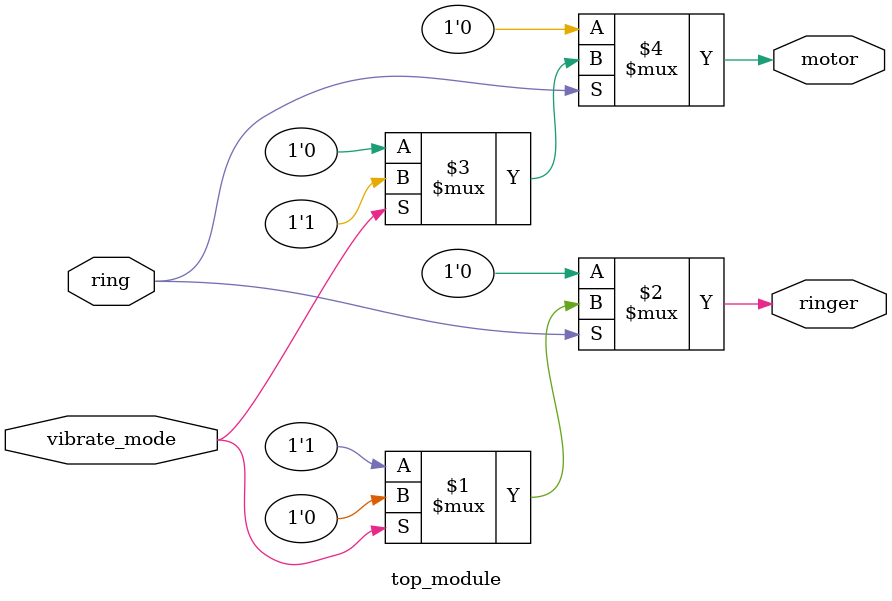
<source format=v>
module top_module (
    input ring,
    input vibrate_mode,
    output ringer,       // Make sound
    output motor         // Vibrate
);

    assign ringer = (ring) ? (vibrate_mode) ? 1'b0: 1'b1: 1'b0;
    assign motor = (ring) ? (vibrate_mode) ? 1'b1: 1'b0: 1'b0;
    
endmodule

</source>
